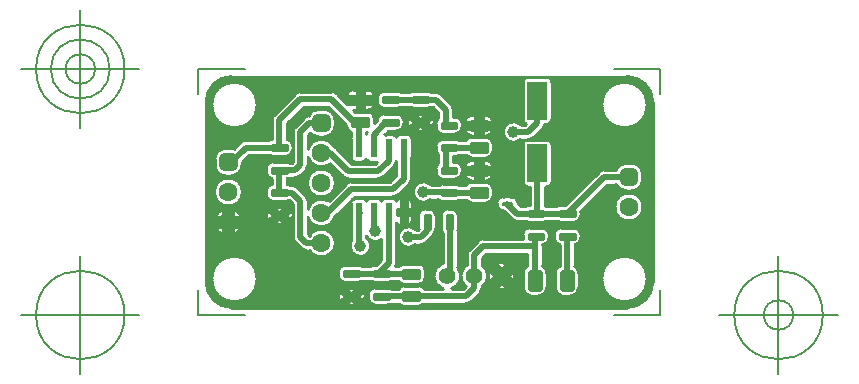
<source format=gbr>
G04 Generated by Ultiboard 14.2 *
%FSLAX24Y24*%
%MOIN*%

%ADD10C,0.0001*%
%ADD11C,0.0100*%
%ADD12C,0.0200*%
%ADD13C,0.0050*%
%ADD14C,0.0394*%
%ADD15R,0.0417X0.0108*%
%ADD16C,0.0167*%
%ADD17R,0.0108X0.0417*%
%ADD18R,0.0467X0.0225*%
%ADD19C,0.0633*%
%ADD20R,0.0208X0.0208*%
%ADD21C,0.0392*%
%ADD22R,0.0236X0.0610*%
%ADD23C,0.0560*%
%ADD24R,0.0650X0.1260*%
%ADD25R,0.0250X0.0483*%
%ADD26C,0.0233*%
%ADD27R,0.0315X0.0079*%
%ADD28C,0.0079*%


G04 ColorRGB 00C000 for the following layer *
%LNCopper Top*%
%LPD*%
G54D10*
G36*
X1708Y30251D02*
X1708Y30251D01*
X14892Y30251D01*
G75*
D01*
G02X14900Y30251I8J-151*
G01*
G75*
D01*
G03X15749Y31100I0J849*
G01*
G74*
D01*
G02X15750Y31108I151J0*
G01*
X15750Y31108D01*
X15750Y37092D01*
G75*
D01*
G02X15749Y37100I150J8*
G01*
G74*
D01*
G03X14900Y37949I849J0*
G01*
G75*
D01*
G02X14892Y37949I0J151*
G01*
X14892Y37949D01*
X1708Y37949D01*
X1700Y37949D01*
G75*
D01*
G03X851Y37100I0J-849*
G01*
G75*
D01*
G02X851Y37092I-151J0*
G01*
X851Y37092D01*
X851Y31108D01*
X851Y31100D01*
G75*
D01*
G03X1700Y30251I849J0*
G01*
X1708Y30251D01*
D02*
G37*
%LPC*%
G36*
X9717Y35930D02*
X9717Y35930D01*
X10183Y35930D01*
G74*
D01*
G02X10418Y35696I0J234*
G01*
X10418Y35696D01*
X10418Y35471D01*
G75*
D01*
G02X10183Y35236I-235J0*
G01*
X10183Y35236D01*
X9717Y35236D01*
G75*
D01*
G02X9534Y35324I0J235*
G01*
X9534Y35324D01*
X9285Y35324D01*
G74*
D01*
G02X9158Y35286I127J197*
G01*
X9158Y35286D01*
X9101Y35286D01*
X9101Y35114D01*
X9158Y35114D01*
G74*
D01*
G02X9393Y34879I0J235*
G01*
X9393Y34879D01*
X9393Y34771D01*
G75*
D01*
G02X9158Y34536I-235J0*
G01*
X9158Y34536D01*
X8742Y34536D01*
G75*
D01*
G02X8507Y34771I0J235*
G01*
X8507Y34771D01*
X8507Y34879D01*
G74*
D01*
G02X8599Y35065I235J0*
G01*
X8599Y35065D01*
X8599Y35335D01*
G75*
D01*
G02X8507Y35521I143J186*
G01*
X8507Y35521D01*
X8507Y35629D01*
G75*
D01*
G02X8742Y35864I235J0*
G01*
X8742Y35864D01*
X9158Y35864D01*
G74*
D01*
G02X9285Y35826I0J235*
G01*
X9285Y35826D01*
X9522Y35826D01*
G75*
D01*
G02X9717Y35930I195J-130*
G01*
D02*
G37*
G36*
X9717Y34430D02*
X9717Y34430D01*
X10183Y34430D01*
G74*
D01*
G02X10418Y34196I0J234*
G01*
X10418Y34196D01*
X10418Y33971D01*
G75*
D01*
G02X10183Y33736I-235J0*
G01*
X10183Y33736D01*
X9717Y33736D01*
G75*
D01*
G02X9534Y33824I0J235*
G01*
X9534Y33824D01*
X9285Y33824D01*
G74*
D01*
G02X9158Y33786I127J197*
G01*
X9158Y33786D01*
X8742Y33786D01*
G75*
D01*
G02X8582Y33849I0J235*
G01*
X8582Y33849D01*
X8339Y33849D01*
G75*
D01*
G02X8339Y34351I-239J251*
G01*
X8339Y34351D01*
X8666Y34351D01*
G75*
D01*
G02X8742Y34364I76J-222*
G01*
X8742Y34364D01*
X9158Y34364D01*
G74*
D01*
G02X9285Y34326I0J235*
G01*
X9285Y34326D01*
X9522Y34326D01*
G75*
D01*
G02X9717Y34430I195J-130*
G01*
D02*
G37*
G36*
X10087Y32543D02*
G75*
D01*
G02X10090Y32543I3J-252*
G01*
X10090Y32543D01*
X11409Y32543D01*
G75*
D01*
G02X11407Y32571I233J28*
G01*
X11407Y32571D01*
X11407Y32679D01*
G75*
D01*
G02X11642Y32914I235J0*
G01*
X11642Y32914D01*
X12058Y32914D01*
G74*
D01*
G02X12293Y32679I0J235*
G01*
X12293Y32679D01*
X12293Y32571D01*
G75*
D01*
G02X12072Y32337I-235J0*
G01*
X12072Y32337D01*
X12072Y31628D01*
G74*
D01*
G02X12214Y31392I126J236*
G01*
X12214Y31392D01*
X12214Y30908D01*
G75*
D01*
G02X11946Y30640I-268J0*
G01*
X11946Y30640D01*
X11696Y30640D01*
G75*
D01*
G02X11428Y30908I0J268*
G01*
X11428Y30908D01*
X11428Y31392D01*
G74*
D01*
G02X11570Y31628I268J0*
G01*
X11570Y31628D01*
X11570Y32040D01*
X10194Y32040D01*
X10050Y31896D01*
X10050Y31671D01*
G75*
D01*
G02X10050Y30929I-252J-371*
G01*
X10050Y30929D01*
X10050Y30900D01*
G75*
D01*
G02X9976Y30722I-252J0*
G01*
X9976Y30722D01*
X9701Y30448D01*
G74*
D01*
G02X9523Y30374I178J177*
G01*
X9523Y30374D01*
X8116Y30374D01*
G74*
D01*
G02X7933Y30286I183J147*
G01*
X7933Y30286D01*
X7467Y30286D01*
G75*
D01*
G02X7284Y30374I0J235*
G01*
X7284Y30374D01*
X7035Y30374D01*
G74*
D01*
G02X6908Y30336I127J197*
G01*
X6908Y30336D01*
X6492Y30336D01*
G75*
D01*
G02X6257Y30571I0J235*
G01*
X6257Y30571D01*
X6257Y30679D01*
G75*
D01*
G02X6492Y30914I235J0*
G01*
X6492Y30914D01*
X6908Y30914D01*
G74*
D01*
G02X7035Y30876I0J235*
G01*
X7035Y30876D01*
X7272Y30876D01*
G75*
D01*
G02X7467Y30980I195J-130*
G01*
X7467Y30980D01*
X7933Y30980D01*
G74*
D01*
G02X8128Y30876I0J234*
G01*
X8128Y30876D01*
X8751Y30876D01*
G75*
D01*
G02X8746Y31722I146J424*
G01*
X8746Y31722D01*
X8746Y32736D01*
G75*
D01*
G02X8686Y32892I175J156*
G01*
X8686Y32892D01*
X8686Y33308D01*
G75*
D01*
G02X8921Y33543I235J0*
G01*
X8921Y33543D01*
X9029Y33543D01*
G74*
D01*
G02X9264Y33308I0J235*
G01*
X9264Y33308D01*
X9264Y32892D01*
G75*
D01*
G02X9248Y32808I-235J0*
G01*
X9248Y32808D01*
X9248Y31578D01*
G75*
D01*
G02X9042Y30876I-351J-278*
G01*
X9042Y30876D01*
X9419Y30876D01*
X9505Y30962D01*
G75*
D01*
G02X9547Y31671I293J338*
G01*
X9547Y31671D01*
X9547Y31999D01*
G75*
D01*
G02X9621Y32178I251J1*
G01*
X9621Y32178D01*
X9912Y32469D01*
G74*
D01*
G02X10087Y32543I178J178*
G01*
D02*
G37*
G36*
X14040Y37000D02*
G75*
D01*
G02X14040Y37000I760J0*
G01*
D02*
G37*
G36*
X14040Y31200D02*
G75*
D01*
G02X14040Y31200I760J0*
G01*
D02*
G37*
G36*
X13151Y32340D02*
X13151Y32340D01*
X13151Y31616D01*
G74*
D01*
G02X13272Y31392I147J224*
G01*
X13272Y31392D01*
X13272Y30908D01*
G75*
D01*
G02X13004Y30640I-268J0*
G01*
X13004Y30640D01*
X12754Y30640D01*
G75*
D01*
G02X12486Y30908I0J268*
G01*
X12486Y30908D01*
X12486Y31392D01*
G74*
D01*
G02X12649Y31638I268J0*
G01*
X12649Y31638D01*
X12649Y32340D01*
G75*
D01*
G02X12457Y32571I43J231*
G01*
X12457Y32571D01*
X12457Y32679D01*
G75*
D01*
G02X12692Y32914I235J0*
G01*
X12692Y32914D01*
X13108Y32914D01*
G74*
D01*
G02X13343Y32679I0J235*
G01*
X13343Y32679D01*
X13343Y32571D01*
G75*
D01*
G02X13151Y32340I-235J0*
G01*
D02*
G37*
G36*
X10490Y31300D02*
G75*
D01*
G02X10490Y31300I210J0*
G01*
D02*
G37*
G36*
X11109Y31484D02*
G75*
D01*
G02X11109Y31116I-409J-184*
G01*
X11109Y31116D01*
X10925Y31300D01*
X11109Y31484D01*
D02*
G37*
G36*
X10884Y30891D02*
G75*
D01*
G02X10516Y30891I-184J409*
G01*
X10516Y30891D01*
X10700Y31075D01*
X10884Y30891D01*
D02*
G37*
G36*
X10291Y31484D02*
X10291Y31484D01*
X10475Y31300D01*
X10291Y31116D01*
G75*
D01*
G02X10291Y31484I409J184*
G01*
D02*
G37*
G36*
X10516Y31709D02*
G75*
D01*
G02X10884Y31709I184J-409*
G01*
X10884Y31709D01*
X10700Y31525D01*
X10516Y31709D01*
D02*
G37*
G36*
X14531Y34349D02*
X14531Y34349D01*
X14229Y34349D01*
X13341Y33460D01*
G74*
D01*
G02X13343Y33429I233J31*
G01*
X13343Y33429D01*
X13343Y33321D01*
G75*
D01*
G02X13108Y33086I-235J0*
G01*
X13108Y33086D01*
X12692Y33086D01*
G75*
D01*
G02X12565Y33124I0J235*
G01*
X12565Y33124D01*
X12185Y33124D01*
G74*
D01*
G02X12058Y33086I127J197*
G01*
X12058Y33086D01*
X11642Y33086D01*
G75*
D01*
G02X11515Y33124I0J235*
G01*
X11515Y33124D01*
X11234Y33124D01*
G75*
D01*
G02X11138Y33143I0J251*
G01*
G74*
D01*
G02X11056Y33197I96J232*
G01*
X11056Y33197D01*
X10774Y33479D01*
X10743Y33479D01*
G75*
D01*
G02X10552Y33669I0J190*
G01*
X10552Y33669D01*
X10552Y33748D01*
G75*
D01*
G02X10743Y33938I191J0*
G01*
X10743Y33938D01*
X10798Y33938D01*
G75*
D01*
G02X11002Y33938I102J-229*
G01*
X11002Y33938D01*
X11057Y33938D01*
G74*
D01*
G02X11248Y33748I0J190*
G01*
X11248Y33748D01*
X11248Y33716D01*
X11338Y33626D01*
X11515Y33626D01*
G75*
D01*
G02X11642Y33664I127J-197*
G01*
X11642Y33664D01*
X11649Y33664D01*
X11649Y34276D01*
X11575Y34276D01*
G75*
D01*
G02X11424Y34427I0J151*
G01*
X11424Y34427D01*
X11424Y35687D01*
G75*
D01*
G02X11575Y35837I151J0*
G01*
X11575Y35837D01*
X12225Y35837D01*
G74*
D01*
G02X12376Y35687I0J150*
G01*
X12376Y35687D01*
X12376Y34427D01*
G75*
D01*
G02X12225Y34276I-151J0*
G01*
X12225Y34276D01*
X12151Y34276D01*
X12151Y33644D01*
G74*
D01*
G02X12185Y33626I93J215*
G01*
X12185Y33626D01*
X12565Y33626D01*
G75*
D01*
G02X12692Y33664I127J-197*
G01*
X12692Y33664D01*
X12833Y33664D01*
X13947Y34778D01*
G74*
D01*
G02X14043Y34837I178J178*
G01*
G75*
D01*
G02X14125Y34851I82J-237*
G01*
X14125Y34851D01*
X14531Y34851D01*
G75*
D01*
G02X14846Y35052I315J-147*
G01*
X14846Y35052D01*
X15054Y35052D01*
G74*
D01*
G02X15402Y34704I0J348*
G01*
X15402Y34704D01*
X15402Y34496D01*
G75*
D01*
G02X15054Y34148I-348J0*
G01*
X15054Y34148D01*
X14846Y34148D01*
G75*
D01*
G02X14531Y34349I0J348*
G01*
D02*
G37*
G36*
X11518Y36374D02*
G75*
D01*
G02X11424Y36513I57J139*
G01*
X11424Y36513D01*
X11424Y37773D01*
G75*
D01*
G02X11575Y37924I151J0*
G01*
X11575Y37924D01*
X12225Y37924D01*
G74*
D01*
G02X12376Y37773I0J151*
G01*
X12376Y37773D01*
X12376Y36513D01*
G75*
D01*
G02X12225Y36363I-151J0*
G01*
X12225Y36363D01*
X12148Y36363D01*
G74*
D01*
G02X12077Y36222I248J37*
G01*
X12077Y36222D01*
X11778Y35923D01*
G74*
D01*
G02X11600Y35849I178J177*
G01*
X11600Y35849D01*
X11339Y35849D01*
G75*
D01*
G02X11339Y36351I-239J251*
G01*
X11339Y36351D01*
X11496Y36351D01*
X11518Y36374D01*
D02*
G37*
G36*
X14483Y33600D02*
G75*
D01*
G02X14483Y33600I467J0*
G01*
D02*
G37*
G36*
X10183Y34470D02*
X10183Y34470D01*
X10073Y34470D01*
X10073Y34694D01*
X10418Y34694D01*
G74*
D01*
G02X10183Y34470I235J10*
G01*
D02*
G37*
G36*
X10418Y34940D02*
X10418Y34940D01*
X10073Y34940D01*
X10073Y35164D01*
X10183Y35164D01*
G74*
D01*
G02X10418Y34940I0J235*
G01*
D02*
G37*
G36*
X10183Y35970D02*
X10183Y35970D01*
X10073Y35970D01*
X10073Y36194D01*
X10418Y36194D01*
G74*
D01*
G02X10183Y35970I235J10*
G01*
D02*
G37*
G36*
X10418Y36440D02*
X10418Y36440D01*
X10073Y36440D01*
X10073Y36664D01*
X10183Y36664D01*
G74*
D01*
G02X10418Y36440I0J235*
G01*
D02*
G37*
G36*
X6468Y37290D02*
X6468Y37290D01*
X6123Y37290D01*
X6123Y37514D01*
X6233Y37514D01*
G74*
D01*
G02X6468Y37290I0J235*
G01*
D02*
G37*
G36*
X9717Y36664D02*
X9717Y36664D01*
X9827Y36664D01*
X9827Y36440D01*
X9482Y36440D01*
G75*
D01*
G02X9717Y36664I235J-11*
G01*
D02*
G37*
G36*
X6233Y36820D02*
X6233Y36820D01*
X6123Y36820D01*
X6123Y37044D01*
X6468Y37044D01*
G74*
D01*
G02X6233Y36820I235J10*
G01*
D02*
G37*
G36*
X3049Y34540D02*
G75*
D01*
G02X2857Y34771I43J231*
G01*
X2857Y34771D01*
X2857Y34879D01*
G75*
D01*
G02X3092Y35114I235J0*
G01*
X3092Y35114D01*
X3508Y35114D01*
G74*
D01*
G02X3635Y35076I0J235*
G01*
X3635Y35076D01*
X3721Y35076D01*
X3749Y35104D01*
X3749Y36100D01*
G75*
D01*
G02X3822Y36278I251J0*
G01*
X3822Y36278D01*
X4122Y36578D01*
G74*
D01*
G02X4281Y36650I178J178*
G01*
G75*
D01*
G02X4596Y36852I315J-146*
G01*
X4596Y36852D01*
X4804Y36852D01*
G74*
D01*
G02X5152Y36504I0J348*
G01*
X5152Y36504D01*
X5152Y36296D01*
G75*
D01*
G02X4804Y35948I-348J0*
G01*
X4804Y35948D01*
X4596Y35948D01*
G75*
D01*
G02X4329Y36074I0J348*
G01*
X4329Y36074D01*
X4251Y35996D01*
X4251Y35528D01*
G75*
D01*
G02X5108Y35627I449J-128*
G01*
G74*
D01*
G02X5178Y35577I108J227*
G01*
X5178Y35577D01*
X5704Y35051D01*
X6496Y35051D01*
X6552Y35107D01*
X6332Y35107D01*
G75*
D01*
G02X6200Y35185I0J151*
G01*
G74*
D01*
G02X6068Y35107I132J73*
G01*
X6068Y35107D01*
X5832Y35107D01*
G75*
D01*
G02X5681Y35258I0J151*
G01*
X5681Y35258D01*
X5681Y35868D01*
G74*
D01*
G02X5699Y35939I151J0*
G01*
X5699Y35939D01*
X5699Y36096D01*
G75*
D01*
G02X5532Y36321I68J225*
G01*
X5532Y36321D01*
X5532Y36346D01*
X4929Y36949D01*
X4104Y36949D01*
X3551Y36396D01*
X3551Y35860D01*
G74*
D01*
G02X3743Y35629I43J231*
G01*
X3743Y35629D01*
X3743Y35521D01*
G75*
D01*
G02X3508Y35286I-235J0*
G01*
X3508Y35286D01*
X3092Y35286D01*
G75*
D01*
G02X2965Y35324I0J235*
G01*
X2965Y35324D01*
X2280Y35324D01*
X2052Y35096D01*
X2052Y34996D01*
G75*
D01*
G02X1704Y34648I-348J0*
G01*
X1704Y34648D01*
X1496Y34648D01*
G75*
D01*
G02X1148Y34996I0J348*
G01*
X1148Y34996D01*
X1148Y35204D01*
G75*
D01*
G02X1496Y35552I348J0*
G01*
X1496Y35552D01*
X1704Y35552D01*
G74*
D01*
G02X1787Y35542I0J348*
G01*
X1787Y35542D01*
X1998Y35753D01*
G74*
D01*
G02X2116Y35819I178J178*
G01*
G75*
D01*
G02X2176Y35826I60J-244*
G01*
X2176Y35826D01*
X2965Y35826D01*
G74*
D01*
G02X3049Y35860I127J197*
G01*
X3049Y35860D01*
X3049Y36500D01*
G75*
D01*
G02X3122Y36678I251J0*
G01*
X3122Y36678D01*
X3822Y37378D01*
G74*
D01*
G02X3911Y37435I178J178*
G01*
G75*
D01*
G02X4000Y37451I89J-235*
G01*
X4000Y37451D01*
X5033Y37451D01*
G75*
D01*
G02X5116Y37437I0J-251*
G01*
G74*
D01*
G02X5211Y37377I83J237*
G01*
X5211Y37377D01*
X5545Y37044D01*
X5877Y37044D01*
X5877Y36820D01*
X5769Y36820D01*
X5808Y36780D01*
X6233Y36780D01*
G74*
D01*
G02X6468Y36546I0J234*
G01*
X6468Y36546D01*
X6468Y36390D01*
X6557Y36479D01*
X6557Y36479D01*
G75*
D01*
G02X6792Y36714I235J0*
G01*
X6792Y36714D01*
X7208Y36714D01*
G74*
D01*
G02X7443Y36479I0J235*
G01*
X7443Y36479D01*
X7443Y36371D01*
G75*
D01*
G02X7208Y36136I-235J0*
G01*
X7208Y36136D01*
X6925Y36136D01*
X6805Y36016D01*
G75*
D01*
G02X6832Y36019I27J-148*
G01*
X6832Y36019D01*
X7068Y36019D01*
G74*
D01*
G02X7200Y35941I0J151*
G01*
G75*
D01*
G02X7332Y36019I132J-73*
G01*
X7332Y36019D01*
X7568Y36019D01*
G74*
D01*
G02X7719Y35868I0J151*
G01*
X7719Y35868D01*
X7719Y35258D01*
G75*
D01*
G02X7701Y35187I-151J0*
G01*
X7701Y35187D01*
X7701Y34550D01*
G75*
D01*
G02X7627Y34372I-251J0*
G01*
X7627Y34372D01*
X7278Y34023D01*
G74*
D01*
G02X7100Y33949I178J177*
G01*
X7100Y33949D01*
X5804Y33949D01*
X5156Y33301D01*
G75*
D01*
G02X4251Y33272I-456J99*
G01*
X4251Y33272D01*
X4251Y32704D01*
X4304Y32651D01*
X4307Y32651D01*
G75*
D01*
G02X4307Y32149I393J-251*
G01*
X4307Y32149D01*
X4200Y32149D01*
G75*
D01*
G02X4022Y32222I0J251*
G01*
X4022Y32222D01*
X3822Y32422D01*
G75*
D01*
G02X3749Y32600I178J178*
G01*
X3749Y32600D01*
X3749Y33696D01*
X3626Y33818D01*
G74*
D01*
G02X3508Y33786I118J203*
G01*
X3508Y33786D01*
X3092Y33786D01*
G75*
D01*
G02X2857Y34021I0J235*
G01*
X2857Y34021D01*
X2857Y34129D01*
G74*
D01*
G02X3049Y34360I235J0*
G01*
X3049Y34360D01*
X3049Y34540D01*
D02*
G37*
G36*
X1040Y31200D02*
G75*
D01*
G02X1040Y31200I760J0*
G01*
D02*
G37*
G36*
X1040Y37000D02*
G75*
D01*
G02X1040Y37000I760J0*
G01*
D02*
G37*
G36*
X3550Y33610D02*
X3550Y33610D01*
X3300Y33447D01*
X3050Y33610D01*
G75*
D01*
G02X3092Y33614I42J-231*
G01*
X3092Y33614D01*
X3508Y33614D01*
G74*
D01*
G02X3550Y33610I0J235*
G01*
D02*
G37*
G36*
X7272Y31124D02*
X7272Y31124D01*
X7035Y31124D01*
G74*
D01*
G02X6908Y31086I127J197*
G01*
X6908Y31086D01*
X6492Y31086D01*
G75*
D01*
G02X6365Y31124I0J235*
G01*
X6365Y31124D01*
X6035Y31124D01*
G74*
D01*
G02X5908Y31086I127J197*
G01*
X5908Y31086D01*
X5492Y31086D01*
G75*
D01*
G02X5257Y31321I0J235*
G01*
X5257Y31321D01*
X5257Y31429D01*
G75*
D01*
G02X5492Y31664I235J0*
G01*
X5492Y31664D01*
X5908Y31664D01*
G74*
D01*
G02X6035Y31626I0J235*
G01*
X6035Y31626D01*
X6365Y31626D01*
G75*
D01*
G02X6492Y31664I127J-197*
G01*
X6492Y31664D01*
X6533Y31664D01*
X6699Y31829D01*
X6699Y32516D01*
G75*
D01*
G02X6201Y32624I-199J284*
G01*
X6201Y32624D01*
X6201Y32583D01*
G75*
D01*
G02X5699Y32472I-201J-283*
G01*
X5699Y32472D01*
X5699Y33061D01*
G75*
D01*
G02X5681Y33132I133J71*
G01*
X5681Y33132D01*
X5681Y33742D01*
G75*
D01*
G02X5832Y33893I151J0*
G01*
X5832Y33893D01*
X6068Y33893D01*
G74*
D01*
G02X6200Y33815I0J151*
G01*
G75*
D01*
G02X6332Y33893I132J-73*
G01*
X6332Y33893D01*
X6568Y33893D01*
G74*
D01*
G02X6700Y33815I0J151*
G01*
G75*
D01*
G02X6832Y33893I132J-73*
G01*
X6832Y33893D01*
X7068Y33893D01*
G74*
D01*
G02X7200Y33815I0J151*
G01*
G75*
D01*
G02X7332Y33893I132J-73*
G01*
X7332Y33893D01*
X7355Y33893D01*
X7355Y33532D01*
X7219Y33532D01*
X7219Y33342D01*
X7355Y33342D01*
X7355Y32981D01*
X7332Y32981D01*
G75*
D01*
G02X7201Y33057I0J151*
G01*
X7201Y33057D01*
X7201Y31725D01*
G75*
D01*
G02X7181Y31626I-251J0*
G01*
X7181Y31626D01*
X7284Y31626D01*
G75*
D01*
G02X7467Y31714I183J-147*
G01*
X7467Y31714D01*
X7933Y31714D01*
G74*
D01*
G02X8168Y31479I0J235*
G01*
X8168Y31479D01*
X8168Y31254D01*
G75*
D01*
G02X7933Y31020I-235J0*
G01*
X7933Y31020D01*
X7467Y31020D01*
G75*
D01*
G02X7272Y31124I0J234*
G01*
D02*
G37*
G36*
X9482Y36194D02*
X9482Y36194D01*
X9827Y36194D01*
X9827Y35970D01*
X9717Y35970D01*
G75*
D01*
G02X9482Y36194I0J234*
G01*
D02*
G37*
G36*
X8599Y36565D02*
X8599Y36565D01*
X8599Y36746D01*
X8421Y36924D01*
X8335Y36924D01*
G74*
D01*
G02X8208Y36886I127J197*
G01*
X8208Y36886D01*
X7792Y36886D01*
G75*
D01*
G02X7665Y36924I0J235*
G01*
X7665Y36924D01*
X7335Y36924D01*
G74*
D01*
G02X7208Y36886I127J197*
G01*
X7208Y36886D01*
X6792Y36886D01*
G75*
D01*
G02X6557Y37121I0J235*
G01*
X6557Y37121D01*
X6557Y37229D01*
G75*
D01*
G02X6792Y37464I235J0*
G01*
X6792Y37464D01*
X7208Y37464D01*
G74*
D01*
G02X7335Y37426I0J235*
G01*
X7335Y37426D01*
X7665Y37426D01*
G75*
D01*
G02X7792Y37464I127J-197*
G01*
X7792Y37464D01*
X8208Y37464D01*
G74*
D01*
G02X8335Y37426I0J235*
G01*
X8335Y37426D01*
X8525Y37426D01*
G74*
D01*
G02X8703Y37352I0J251*
G01*
X8703Y37352D01*
X9027Y37028D01*
G74*
D01*
G02X9101Y36850I177J178*
G01*
X9101Y36850D01*
X9101Y36614D01*
X9158Y36614D01*
G74*
D01*
G02X9393Y36379I0J235*
G01*
X9393Y36379D01*
X9393Y36271D01*
G75*
D01*
G02X9158Y36036I-235J0*
G01*
X9158Y36036D01*
X8742Y36036D01*
G75*
D01*
G02X8507Y36271I0J235*
G01*
X8507Y36271D01*
X8507Y36379D01*
G74*
D01*
G02X8599Y36565I235J0*
G01*
D02*
G37*
G36*
X8421Y36577D02*
G74*
D01*
G02X8443Y36479I213J98*
G01*
X8443Y36479D01*
X8443Y36371D01*
G75*
D01*
G02X8421Y36273I-235J0*
G01*
X8421Y36273D01*
X8187Y36425D01*
X8421Y36577D01*
D02*
G37*
G36*
X8250Y36710D02*
X8250Y36710D01*
X8000Y36547D01*
X7750Y36710D01*
G75*
D01*
G02X7792Y36714I42J-231*
G01*
X7792Y36714D01*
X8208Y36714D01*
G74*
D01*
G02X8250Y36710I0J235*
G01*
D02*
G37*
G36*
X7579Y36577D02*
X7579Y36577D01*
X7813Y36425D01*
X7579Y36273D01*
G75*
D01*
G02X7557Y36371I213J98*
G01*
X7557Y36371D01*
X7557Y36479D01*
G74*
D01*
G02X7579Y36577I235J0*
G01*
D02*
G37*
G36*
X7750Y36140D02*
X7750Y36140D01*
X8000Y36303D01*
X8250Y36140D01*
G74*
D01*
G02X8208Y36136I42J231*
G01*
X8208Y36136D01*
X7792Y36136D01*
G75*
D01*
G02X7750Y36140I0J235*
G01*
D02*
G37*
G36*
X9717Y35164D02*
X9717Y35164D01*
X9827Y35164D01*
X9827Y34940D01*
X9482Y34940D01*
G75*
D01*
G02X9717Y35164I235J-11*
G01*
D02*
G37*
G36*
X9482Y34694D02*
X9482Y34694D01*
X9827Y34694D01*
X9827Y34470D01*
X9717Y34470D01*
G75*
D01*
G02X9482Y34694I0J234*
G01*
D02*
G37*
G36*
X7719Y33742D02*
X7719Y33742D01*
X7719Y33532D01*
X7545Y33532D01*
X7545Y33893D01*
X7568Y33893D01*
G74*
D01*
G02X7719Y33742I0J151*
G01*
D02*
G37*
G36*
X1133Y34100D02*
G75*
D01*
G02X1133Y34100I467J0*
G01*
D02*
G37*
G36*
X7568Y32981D02*
X7568Y32981D01*
X7545Y32981D01*
X7545Y33342D01*
X7719Y33342D01*
X7719Y33132D01*
G75*
D01*
G02X7568Y32981I-151J0*
G01*
D02*
G37*
G36*
X1765Y33536D02*
G74*
D01*
G02X2036Y33265I165J436*
G01*
X2036Y33265D01*
X1765Y33265D01*
X1765Y33536D01*
D02*
G37*
G36*
X1164Y33265D02*
G74*
D01*
G02X1435Y33536I436J165*
G01*
X1435Y33536D01*
X1435Y33265D01*
X1164Y33265D01*
D02*
G37*
G36*
X2036Y32935D02*
G74*
D01*
G02X1765Y32664I436J165*
G01*
X1765Y32664D01*
X1765Y32935D01*
X2036Y32935D01*
D02*
G37*
G36*
X1435Y32664D02*
G74*
D01*
G02X1164Y32935I165J436*
G01*
X1164Y32935D01*
X1435Y32935D01*
X1435Y32664D01*
D02*
G37*
G36*
X1425Y33100D02*
G75*
D01*
G02X1425Y33100I175J0*
G01*
D02*
G37*
G36*
X7839Y32349D02*
G75*
D01*
G02X7839Y32851I-239J251*
G01*
X7839Y32851D01*
X7921Y32851D01*
X7938Y32868D01*
G75*
D01*
G02X7936Y32892I233J24*
G01*
X7936Y32892D01*
X7936Y33308D01*
G75*
D01*
G02X8171Y33543I235J0*
G01*
X8171Y33543D01*
X8279Y33543D01*
G74*
D01*
G02X8514Y33308I0J235*
G01*
X8514Y33308D01*
X8514Y32892D01*
G75*
D01*
G02X8473Y32760I-235J0*
G01*
G74*
D01*
G02X8402Y32622I248J40*
G01*
X8402Y32622D01*
X8203Y32423D01*
G74*
D01*
G02X8108Y32363I178J177*
G01*
G75*
D01*
G02X8025Y32349I-83J237*
G01*
X8025Y32349D01*
X7839Y32349D01*
D02*
G37*
G36*
X3721Y33477D02*
G74*
D01*
G02X3743Y33379I213J98*
G01*
X3743Y33379D01*
X3743Y33271D01*
G75*
D01*
G02X3721Y33173I-235J0*
G01*
X3721Y33173D01*
X3487Y33325D01*
X3721Y33477D01*
D02*
G37*
G36*
X3050Y33040D02*
X3050Y33040D01*
X3300Y33203D01*
X3550Y33040D01*
G74*
D01*
G02X3508Y33036I42J231*
G01*
X3508Y33036D01*
X3092Y33036D01*
G75*
D01*
G02X3050Y33040I0J235*
G01*
D02*
G37*
G36*
X2879Y33477D02*
X2879Y33477D01*
X3113Y33325D01*
X2879Y33173D01*
G75*
D01*
G02X2857Y33271I213J98*
G01*
X2857Y33271D01*
X2857Y33379D01*
G74*
D01*
G02X2879Y33477I235J0*
G01*
D02*
G37*
G36*
X5950Y30910D02*
X5950Y30910D01*
X5700Y30747D01*
X5450Y30910D01*
G75*
D01*
G02X5492Y30914I42J-231*
G01*
X5492Y30914D01*
X5908Y30914D01*
G74*
D01*
G02X5950Y30910I0J235*
G01*
D02*
G37*
G36*
X6121Y30473D02*
X6121Y30473D01*
X5887Y30625D01*
X6121Y30777D01*
G74*
D01*
G02X6143Y30679I213J98*
G01*
X6143Y30679D01*
X6143Y30571D01*
G75*
D01*
G02X6121Y30473I-235J0*
G01*
D02*
G37*
G36*
X5450Y30340D02*
X5450Y30340D01*
X5700Y30503D01*
X5950Y30340D01*
G74*
D01*
G02X5908Y30336I42J231*
G01*
X5908Y30336D01*
X5492Y30336D01*
G75*
D01*
G02X5450Y30340I0J235*
G01*
D02*
G37*
G36*
X5279Y30473D02*
G75*
D01*
G02X5257Y30571I213J98*
G01*
X5257Y30571D01*
X5257Y30679D01*
G74*
D01*
G02X5279Y30777I235J0*
G01*
X5279Y30777D01*
X5513Y30625D01*
X5279Y30473D01*
D02*
G37*
G36*
X5767Y37514D02*
X5767Y37514D01*
X5877Y37514D01*
X5877Y37290D01*
X5532Y37290D01*
G75*
D01*
G02X5767Y37514I235J-11*
G01*
D02*
G37*
%LPD*%
G36*
X3551Y34540D02*
G74*
D01*
G03X3635Y34574I43J231*
G01*
X3635Y34574D01*
X3825Y34574D01*
G74*
D01*
G03X4003Y34648I0J251*
G01*
X4003Y34648D01*
X4177Y34822D01*
G75*
D01*
G03X4251Y35000I-177J178*
G01*
X4251Y35000D01*
X4251Y35272D01*
G75*
D01*
G03X5001Y35044I449J128*
G01*
X5001Y35044D01*
X5422Y34622D01*
G74*
D01*
G03X5519Y34562I178J178*
G01*
G75*
D01*
G03X5600Y34549I81J238*
G01*
X5600Y34549D01*
X6600Y34549D01*
G75*
D01*
G03X6612Y34549I0J251*
G01*
G74*
D01*
G03X6778Y34623I12J251*
G01*
X6778Y34623D01*
X7127Y34972D01*
G74*
D01*
G03X7199Y35115I177J178*
G01*
X7199Y35115D01*
X7199Y34654D01*
X6996Y34451D01*
X5700Y34451D01*
G75*
D01*
G03X5522Y34378I0J-251*
G01*
X5522Y34378D01*
X4943Y33798D01*
G75*
D01*
G03X4251Y33528I-243J-398*
G01*
X4251Y33528D01*
X4251Y33800D01*
G74*
D01*
G03X4177Y33978I251J0*
G01*
X4177Y33978D01*
X3903Y34252D01*
G74*
D01*
G03X3725Y34326I178J177*
G01*
X3725Y34326D01*
X3635Y34326D01*
G74*
D01*
G03X3551Y34360I127J197*
G01*
X3551Y34360D01*
X3551Y34540D01*
D02*
G37*
%LPC*%
G36*
X4233Y34400D02*
G75*
D01*
G03X4233Y34400I467J0*
G01*
D02*
G37*
%LPD*%
G36*
X6209Y36086D02*
G74*
D01*
G03X6201Y36051I241J70*
G01*
X6201Y36051D01*
X6201Y36086D01*
X6209Y36086D01*
D02*
G37*
G54D11*
X6209Y36086D02*
G74*
D01*
G03X6201Y36051I241J70*
G01*
X6201Y36086D01*
X6209Y36086D01*
X9717Y35930D02*
X10183Y35930D01*
G74*
D01*
G02X10418Y35696I0J234*
G01*
X10418Y35471D01*
G75*
D01*
G02X10183Y35236I-235J0*
G01*
X9717Y35236D01*
G75*
D01*
G02X9534Y35324I0J235*
G01*
X9285Y35324D01*
G74*
D01*
G02X9158Y35286I127J197*
G01*
X9101Y35286D01*
X9101Y35114D01*
X9158Y35114D01*
G74*
D01*
G02X9393Y34879I0J235*
G01*
X9393Y34771D01*
G75*
D01*
G02X9158Y34536I-235J0*
G01*
X8742Y34536D01*
G75*
D01*
G02X8507Y34771I0J235*
G01*
X8507Y34879D01*
G74*
D01*
G02X8599Y35065I235J0*
G01*
X8599Y35335D01*
G75*
D01*
G02X8507Y35521I143J186*
G01*
X8507Y35629D01*
G75*
D01*
G02X8742Y35864I235J0*
G01*
X9158Y35864D01*
G74*
D01*
G02X9285Y35826I0J235*
G01*
X9522Y35826D01*
G75*
D01*
G02X9717Y35930I195J-130*
G01*
X9717Y34430D02*
X10183Y34430D01*
G74*
D01*
G02X10418Y34196I0J234*
G01*
X10418Y33971D01*
G75*
D01*
G02X10183Y33736I-235J0*
G01*
X9717Y33736D01*
G75*
D01*
G02X9534Y33824I0J235*
G01*
X9285Y33824D01*
G74*
D01*
G02X9158Y33786I127J197*
G01*
X8742Y33786D01*
G75*
D01*
G02X8582Y33849I0J235*
G01*
X8339Y33849D01*
G75*
D01*
G02X8339Y34351I-239J251*
G01*
X8666Y34351D01*
G75*
D01*
G02X8742Y34364I76J-222*
G01*
X9158Y34364D01*
G74*
D01*
G02X9285Y34326I0J235*
G01*
X9522Y34326D01*
G75*
D01*
G02X9717Y34430I195J-130*
G01*
X10087Y32543D02*
G75*
D01*
G02X10090Y32543I3J-252*
G01*
X11409Y32543D01*
G75*
D01*
G02X11407Y32571I233J28*
G01*
X11407Y32679D01*
G75*
D01*
G02X11642Y32914I235J0*
G01*
X12058Y32914D01*
G74*
D01*
G02X12293Y32679I0J235*
G01*
X12293Y32571D01*
G75*
D01*
G02X12072Y32337I-235J0*
G01*
X12072Y31628D01*
G74*
D01*
G02X12214Y31392I126J236*
G01*
X12214Y30908D01*
G75*
D01*
G02X11946Y30640I-268J0*
G01*
X11696Y30640D01*
G75*
D01*
G02X11428Y30908I0J268*
G01*
X11428Y31392D01*
G74*
D01*
G02X11570Y31628I268J0*
G01*
X11570Y32040D01*
X10194Y32040D01*
X10050Y31896D01*
X10050Y31671D01*
G75*
D01*
G02X10050Y30929I-252J-371*
G01*
X10050Y30900D01*
G75*
D01*
G02X9976Y30722I-252J0*
G01*
X9701Y30448D01*
G74*
D01*
G02X9523Y30374I178J177*
G01*
X8116Y30374D01*
G74*
D01*
G02X7933Y30286I183J147*
G01*
X7467Y30286D01*
G75*
D01*
G02X7284Y30374I0J235*
G01*
X7035Y30374D01*
G74*
D01*
G02X6908Y30336I127J197*
G01*
X6492Y30336D01*
G75*
D01*
G02X6257Y30571I0J235*
G01*
X6257Y30679D01*
G75*
D01*
G02X6492Y30914I235J0*
G01*
X6908Y30914D01*
G74*
D01*
G02X7035Y30876I0J235*
G01*
X7272Y30876D01*
G75*
D01*
G02X7467Y30980I195J-130*
G01*
X7933Y30980D01*
G74*
D01*
G02X8128Y30876I0J234*
G01*
X8751Y30876D01*
G75*
D01*
G02X8746Y31722I146J424*
G01*
X8746Y32736D01*
G75*
D01*
G02X8686Y32892I175J156*
G01*
X8686Y33308D01*
G75*
D01*
G02X8921Y33543I235J0*
G01*
X9029Y33543D01*
G74*
D01*
G02X9264Y33308I0J235*
G01*
X9264Y32892D01*
G75*
D01*
G02X9248Y32808I-235J0*
G01*
X9248Y31578D01*
G75*
D01*
G02X9042Y30876I-351J-278*
G01*
X9419Y30876D01*
X9505Y30962D01*
G75*
D01*
G02X9547Y31671I293J338*
G01*
X9547Y31999D01*
G75*
D01*
G02X9621Y32178I251J1*
G01*
X9912Y32469D01*
G74*
D01*
G02X10087Y32543I178J178*
G01*
X14040Y37000D02*
G75*
D01*
G02X14040Y37000I760J0*
G01*
X14040Y31200D02*
G75*
D01*
G02X14040Y31200I760J0*
G01*
X13151Y32340D02*
X13151Y31616D01*
G74*
D01*
G02X13272Y31392I147J224*
G01*
X13272Y30908D01*
G75*
D01*
G02X13004Y30640I-268J0*
G01*
X12754Y30640D01*
G75*
D01*
G02X12486Y30908I0J268*
G01*
X12486Y31392D01*
G74*
D01*
G02X12649Y31638I268J0*
G01*
X12649Y32340D01*
G75*
D01*
G02X12457Y32571I43J231*
G01*
X12457Y32679D01*
G75*
D01*
G02X12692Y32914I235J0*
G01*
X13108Y32914D01*
G74*
D01*
G02X13343Y32679I0J235*
G01*
X13343Y32571D01*
G75*
D01*
G02X13151Y32340I-235J0*
G01*
X10490Y31300D02*
G75*
D01*
G02X10490Y31300I210J0*
G01*
X11109Y31484D02*
G75*
D01*
G02X11109Y31116I-409J-184*
G01*
X10925Y31300D01*
X11109Y31484D01*
X10884Y30891D02*
G75*
D01*
G02X10516Y30891I-184J409*
G01*
X10700Y31075D01*
X10884Y30891D01*
X10291Y31484D02*
X10475Y31300D01*
X10291Y31116D01*
G75*
D01*
G02X10291Y31484I409J184*
G01*
X10516Y31709D02*
G75*
D01*
G02X10884Y31709I184J-409*
G01*
X10700Y31525D01*
X10516Y31709D01*
X14531Y34349D02*
X14229Y34349D01*
X13341Y33460D01*
G74*
D01*
G02X13343Y33429I233J31*
G01*
X13343Y33321D01*
G75*
D01*
G02X13108Y33086I-235J0*
G01*
X12692Y33086D01*
G75*
D01*
G02X12565Y33124I0J235*
G01*
X12185Y33124D01*
G74*
D01*
G02X12058Y33086I127J197*
G01*
X11642Y33086D01*
G75*
D01*
G02X11515Y33124I0J235*
G01*
X11234Y33124D01*
G75*
D01*
G02X11138Y33143I0J251*
G01*
G74*
D01*
G02X11056Y33197I96J232*
G01*
X10774Y33479D01*
X10743Y33479D01*
G75*
D01*
G02X10552Y33669I0J190*
G01*
X10552Y33748D01*
G75*
D01*
G02X10743Y33938I191J0*
G01*
X10798Y33938D01*
G75*
D01*
G02X11002Y33938I102J-229*
G01*
X11057Y33938D01*
G74*
D01*
G02X11248Y33748I0J190*
G01*
X11248Y33716D01*
X11338Y33626D01*
X11515Y33626D01*
G75*
D01*
G02X11642Y33664I127J-197*
G01*
X11649Y33664D01*
X11649Y34276D01*
X11575Y34276D01*
G75*
D01*
G02X11424Y34427I0J151*
G01*
X11424Y35687D01*
G75*
D01*
G02X11575Y35837I151J0*
G01*
X12225Y35837D01*
G74*
D01*
G02X12376Y35687I0J150*
G01*
X12376Y34427D01*
G75*
D01*
G02X12225Y34276I-151J0*
G01*
X12151Y34276D01*
X12151Y33644D01*
G74*
D01*
G02X12185Y33626I93J215*
G01*
X12565Y33626D01*
G75*
D01*
G02X12692Y33664I127J-197*
G01*
X12833Y33664D01*
X13947Y34778D01*
G74*
D01*
G02X14043Y34837I178J178*
G01*
G75*
D01*
G02X14125Y34851I82J-237*
G01*
X14531Y34851D01*
G75*
D01*
G02X14846Y35052I315J-147*
G01*
X15054Y35052D01*
G74*
D01*
G02X15402Y34704I0J348*
G01*
X15402Y34496D01*
G75*
D01*
G02X15054Y34148I-348J0*
G01*
X14846Y34148D01*
G75*
D01*
G02X14531Y34349I0J348*
G01*
X11518Y36374D02*
G75*
D01*
G02X11424Y36513I57J139*
G01*
X11424Y37773D01*
G75*
D01*
G02X11575Y37924I151J0*
G01*
X12225Y37924D01*
G74*
D01*
G02X12376Y37773I0J151*
G01*
X12376Y36513D01*
G75*
D01*
G02X12225Y36363I-151J0*
G01*
X12148Y36363D01*
G74*
D01*
G02X12077Y36222I248J37*
G01*
X11778Y35923D01*
G74*
D01*
G02X11600Y35849I178J177*
G01*
X11339Y35849D01*
G75*
D01*
G02X11339Y36351I-239J251*
G01*
X11496Y36351D01*
X11518Y36374D01*
X14483Y33600D02*
G75*
D01*
G02X14483Y33600I467J0*
G01*
X10183Y34470D02*
X10073Y34470D01*
X10073Y34694D01*
X10418Y34694D01*
G74*
D01*
G02X10183Y34470I235J10*
G01*
X10418Y34940D02*
X10073Y34940D01*
X10073Y35164D01*
X10183Y35164D01*
G74*
D01*
G02X10418Y34940I0J235*
G01*
X10183Y35970D02*
X10073Y35970D01*
X10073Y36194D01*
X10418Y36194D01*
G74*
D01*
G02X10183Y35970I235J10*
G01*
X10418Y36440D02*
X10073Y36440D01*
X10073Y36664D01*
X10183Y36664D01*
G74*
D01*
G02X10418Y36440I0J235*
G01*
X6468Y37290D02*
X6123Y37290D01*
X6123Y37514D01*
X6233Y37514D01*
G74*
D01*
G02X6468Y37290I0J235*
G01*
X9717Y36664D02*
X9827Y36664D01*
X9827Y36440D01*
X9482Y36440D01*
G75*
D01*
G02X9717Y36664I235J-11*
G01*
X6233Y36820D02*
X6123Y36820D01*
X6123Y37044D01*
X6468Y37044D01*
G74*
D01*
G02X6233Y36820I235J10*
G01*
X3049Y34540D02*
G75*
D01*
G02X2857Y34771I43J231*
G01*
X2857Y34879D01*
G75*
D01*
G02X3092Y35114I235J0*
G01*
X3508Y35114D01*
G74*
D01*
G02X3635Y35076I0J235*
G01*
X3721Y35076D01*
X3749Y35104D01*
X3749Y36100D01*
G75*
D01*
G02X3822Y36278I251J0*
G01*
X4122Y36578D01*
G74*
D01*
G02X4281Y36650I178J178*
G01*
G75*
D01*
G02X4596Y36852I315J-146*
G01*
X4804Y36852D01*
G74*
D01*
G02X5152Y36504I0J348*
G01*
X5152Y36296D01*
G75*
D01*
G02X4804Y35948I-348J0*
G01*
X4596Y35948D01*
G75*
D01*
G02X4329Y36074I0J348*
G01*
X4251Y35996D01*
X4251Y35528D01*
G75*
D01*
G02X5108Y35627I449J-128*
G01*
G74*
D01*
G02X5178Y35577I108J227*
G01*
X5704Y35051D01*
X6496Y35051D01*
X6552Y35107D01*
X6332Y35107D01*
G75*
D01*
G02X6200Y35185I0J151*
G01*
G74*
D01*
G02X6068Y35107I132J73*
G01*
X5832Y35107D01*
G75*
D01*
G02X5681Y35258I0J151*
G01*
X5681Y35868D01*
G74*
D01*
G02X5699Y35939I151J0*
G01*
X5699Y36096D01*
G75*
D01*
G02X5532Y36321I68J225*
G01*
X5532Y36346D01*
X4929Y36949D01*
X4104Y36949D01*
X3551Y36396D01*
X3551Y35860D01*
G74*
D01*
G02X3743Y35629I43J231*
G01*
X3743Y35521D01*
G75*
D01*
G02X3508Y35286I-235J0*
G01*
X3092Y35286D01*
G75*
D01*
G02X2965Y35324I0J235*
G01*
X2280Y35324D01*
X2052Y35096D01*
X2052Y34996D01*
G75*
D01*
G02X1704Y34648I-348J0*
G01*
X1496Y34648D01*
G75*
D01*
G02X1148Y34996I0J348*
G01*
X1148Y35204D01*
G75*
D01*
G02X1496Y35552I348J0*
G01*
X1704Y35552D01*
G74*
D01*
G02X1787Y35542I0J348*
G01*
X1998Y35753D01*
G74*
D01*
G02X2116Y35819I178J178*
G01*
G75*
D01*
G02X2176Y35826I60J-244*
G01*
X2965Y35826D01*
G74*
D01*
G02X3049Y35860I127J197*
G01*
X3049Y36500D01*
G75*
D01*
G02X3122Y36678I251J0*
G01*
X3822Y37378D01*
G74*
D01*
G02X3911Y37435I178J178*
G01*
G75*
D01*
G02X4000Y37451I89J-235*
G01*
X5033Y37451D01*
G75*
D01*
G02X5116Y37437I0J-251*
G01*
G74*
D01*
G02X5211Y37377I83J237*
G01*
X5545Y37044D01*
X5877Y37044D01*
X5877Y36820D01*
X5769Y36820D01*
X5808Y36780D01*
X6233Y36780D01*
G74*
D01*
G02X6468Y36546I0J234*
G01*
X6468Y36390D01*
X6557Y36479D01*
X6557Y36479D01*
G75*
D01*
G02X6792Y36714I235J0*
G01*
X7208Y36714D01*
G74*
D01*
G02X7443Y36479I0J235*
G01*
X7443Y36371D01*
G75*
D01*
G02X7208Y36136I-235J0*
G01*
X6925Y36136D01*
X6805Y36016D01*
G75*
D01*
G02X6832Y36019I27J-148*
G01*
X7068Y36019D01*
G74*
D01*
G02X7200Y35941I0J151*
G01*
G75*
D01*
G02X7332Y36019I132J-73*
G01*
X7568Y36019D01*
G74*
D01*
G02X7719Y35868I0J151*
G01*
X7719Y35258D01*
G75*
D01*
G02X7701Y35187I-151J0*
G01*
X7701Y34550D01*
G75*
D01*
G02X7627Y34372I-251J0*
G01*
X7278Y34023D01*
G74*
D01*
G02X7100Y33949I178J177*
G01*
X5804Y33949D01*
X5156Y33301D01*
G75*
D01*
G02X4251Y33272I-456J99*
G01*
X4251Y32704D01*
X4304Y32651D01*
X4307Y32651D01*
G75*
D01*
G02X4307Y32149I393J-251*
G01*
X4200Y32149D01*
G75*
D01*
G02X4022Y32222I0J251*
G01*
X3822Y32422D01*
G75*
D01*
G02X3749Y32600I178J178*
G01*
X3749Y33696D01*
X3626Y33818D01*
G74*
D01*
G02X3508Y33786I118J203*
G01*
X3092Y33786D01*
G75*
D01*
G02X2857Y34021I0J235*
G01*
X2857Y34129D01*
G74*
D01*
G02X3049Y34360I235J0*
G01*
X3049Y34540D01*
X1040Y31200D02*
G75*
D01*
G02X1040Y31200I760J0*
G01*
X1040Y37000D02*
G75*
D01*
G02X1040Y37000I760J0*
G01*
X3550Y33610D02*
X3300Y33447D01*
X3050Y33610D01*
G75*
D01*
G02X3092Y33614I42J-231*
G01*
X3508Y33614D01*
G74*
D01*
G02X3550Y33610I0J235*
G01*
X7272Y31124D02*
X7035Y31124D01*
G74*
D01*
G02X6908Y31086I127J197*
G01*
X6492Y31086D01*
G75*
D01*
G02X6365Y31124I0J235*
G01*
X6035Y31124D01*
G74*
D01*
G02X5908Y31086I127J197*
G01*
X5492Y31086D01*
G75*
D01*
G02X5257Y31321I0J235*
G01*
X5257Y31429D01*
G75*
D01*
G02X5492Y31664I235J0*
G01*
X5908Y31664D01*
G74*
D01*
G02X6035Y31626I0J235*
G01*
X6365Y31626D01*
G75*
D01*
G02X6492Y31664I127J-197*
G01*
X6533Y31664D01*
X6699Y31829D01*
X6699Y32516D01*
G75*
D01*
G02X6201Y32624I-199J284*
G01*
X6201Y32583D01*
G75*
D01*
G02X5699Y32472I-201J-283*
G01*
X5699Y33061D01*
G75*
D01*
G02X5681Y33132I133J71*
G01*
X5681Y33742D01*
G75*
D01*
G02X5832Y33893I151J0*
G01*
X6068Y33893D01*
G74*
D01*
G02X6200Y33815I0J151*
G01*
G75*
D01*
G02X6332Y33893I132J-73*
G01*
X6568Y33893D01*
G74*
D01*
G02X6700Y33815I0J151*
G01*
G75*
D01*
G02X6832Y33893I132J-73*
G01*
X7068Y33893D01*
G74*
D01*
G02X7200Y33815I0J151*
G01*
G75*
D01*
G02X7332Y33893I132J-73*
G01*
X7355Y33893D01*
X7355Y33532D01*
X7219Y33532D01*
X7219Y33342D01*
X7355Y33342D01*
X7355Y32981D01*
X7332Y32981D01*
G75*
D01*
G02X7201Y33057I0J151*
G01*
X7201Y31725D01*
G75*
D01*
G02X7181Y31626I-251J0*
G01*
X7284Y31626D01*
G75*
D01*
G02X7467Y31714I183J-147*
G01*
X7933Y31714D01*
G74*
D01*
G02X8168Y31479I0J235*
G01*
X8168Y31254D01*
G75*
D01*
G02X7933Y31020I-235J0*
G01*
X7467Y31020D01*
G75*
D01*
G02X7272Y31124I0J234*
G01*
X9482Y36194D02*
X9827Y36194D01*
X9827Y35970D01*
X9717Y35970D01*
G75*
D01*
G02X9482Y36194I0J234*
G01*
X8599Y36565D02*
X8599Y36746D01*
X8421Y36924D01*
X8335Y36924D01*
G74*
D01*
G02X8208Y36886I127J197*
G01*
X7792Y36886D01*
G75*
D01*
G02X7665Y36924I0J235*
G01*
X7335Y36924D01*
G74*
D01*
G02X7208Y36886I127J197*
G01*
X6792Y36886D01*
G75*
D01*
G02X6557Y37121I0J235*
G01*
X6557Y37229D01*
G75*
D01*
G02X6792Y37464I235J0*
G01*
X7208Y37464D01*
G74*
D01*
G02X7335Y37426I0J235*
G01*
X7665Y37426D01*
G75*
D01*
G02X7792Y37464I127J-197*
G01*
X8208Y37464D01*
G74*
D01*
G02X8335Y37426I0J235*
G01*
X8525Y37426D01*
G74*
D01*
G02X8703Y37352I0J251*
G01*
X9027Y37028D01*
G74*
D01*
G02X9101Y36850I177J178*
G01*
X9101Y36614D01*
X9158Y36614D01*
G74*
D01*
G02X9393Y36379I0J235*
G01*
X9393Y36271D01*
G75*
D01*
G02X9158Y36036I-235J0*
G01*
X8742Y36036D01*
G75*
D01*
G02X8507Y36271I0J235*
G01*
X8507Y36379D01*
G74*
D01*
G02X8599Y36565I235J0*
G01*
X8421Y36577D02*
G74*
D01*
G02X8443Y36479I213J98*
G01*
X8443Y36371D01*
G75*
D01*
G02X8421Y36273I-235J0*
G01*
X8187Y36425D01*
X8421Y36577D01*
X8250Y36710D02*
X8000Y36547D01*
X7750Y36710D01*
G75*
D01*
G02X7792Y36714I42J-231*
G01*
X8208Y36714D01*
G74*
D01*
G02X8250Y36710I0J235*
G01*
X7579Y36577D02*
X7813Y36425D01*
X7579Y36273D01*
G75*
D01*
G02X7557Y36371I213J98*
G01*
X7557Y36479D01*
G74*
D01*
G02X7579Y36577I235J0*
G01*
X7750Y36140D02*
X8000Y36303D01*
X8250Y36140D01*
G74*
D01*
G02X8208Y36136I42J231*
G01*
X7792Y36136D01*
G75*
D01*
G02X7750Y36140I0J235*
G01*
X9717Y35164D02*
X9827Y35164D01*
X9827Y34940D01*
X9482Y34940D01*
G75*
D01*
G02X9717Y35164I235J-11*
G01*
X9482Y34694D02*
X9827Y34694D01*
X9827Y34470D01*
X9717Y34470D01*
G75*
D01*
G02X9482Y34694I0J234*
G01*
X7719Y33742D02*
X7719Y33532D01*
X7545Y33532D01*
X7545Y33893D01*
X7568Y33893D01*
G74*
D01*
G02X7719Y33742I0J151*
G01*
X1133Y34100D02*
G75*
D01*
G02X1133Y34100I467J0*
G01*
X7568Y32981D02*
X7545Y32981D01*
X7545Y33342D01*
X7719Y33342D01*
X7719Y33132D01*
G75*
D01*
G02X7568Y32981I-151J0*
G01*
X1765Y33536D02*
G74*
D01*
G02X2036Y33265I165J436*
G01*
X1765Y33265D01*
X1765Y33536D01*
X1164Y33265D02*
G74*
D01*
G02X1435Y33536I436J165*
G01*
X1435Y33265D01*
X1164Y33265D01*
X2036Y32935D02*
G74*
D01*
G02X1765Y32664I436J165*
G01*
X1765Y32935D01*
X2036Y32935D01*
X1435Y32664D02*
G74*
D01*
G02X1164Y32935I165J436*
G01*
X1435Y32935D01*
X1435Y32664D01*
X1425Y33100D02*
G75*
D01*
G02X1425Y33100I175J0*
G01*
X7839Y32349D02*
G75*
D01*
G02X7839Y32851I-239J251*
G01*
X7921Y32851D01*
X7938Y32868D01*
G75*
D01*
G02X7936Y32892I233J24*
G01*
X7936Y33308D01*
G75*
D01*
G02X8171Y33543I235J0*
G01*
X8279Y33543D01*
G74*
D01*
G02X8514Y33308I0J235*
G01*
X8514Y32892D01*
G75*
D01*
G02X8473Y32760I-235J0*
G01*
G74*
D01*
G02X8402Y32622I248J40*
G01*
X8203Y32423D01*
G74*
D01*
G02X8108Y32363I178J177*
G01*
G75*
D01*
G02X8025Y32349I-83J237*
G01*
X7839Y32349D01*
X3721Y33477D02*
G74*
D01*
G02X3743Y33379I213J98*
G01*
X3743Y33271D01*
G75*
D01*
G02X3721Y33173I-235J0*
G01*
X3487Y33325D01*
X3721Y33477D01*
X3050Y33040D02*
X3300Y33203D01*
X3550Y33040D01*
G74*
D01*
G02X3508Y33036I42J231*
G01*
X3092Y33036D01*
G75*
D01*
G02X3050Y33040I0J235*
G01*
X2879Y33477D02*
X3113Y33325D01*
X2879Y33173D01*
G75*
D01*
G02X2857Y33271I213J98*
G01*
X2857Y33379D01*
G74*
D01*
G02X2879Y33477I235J0*
G01*
X5950Y30910D02*
X5700Y30747D01*
X5450Y30910D01*
G75*
D01*
G02X5492Y30914I42J-231*
G01*
X5908Y30914D01*
G74*
D01*
G02X5950Y30910I0J235*
G01*
X6121Y30473D02*
X5887Y30625D01*
X6121Y30777D01*
G74*
D01*
G02X6143Y30679I213J98*
G01*
X6143Y30571D01*
G75*
D01*
G02X6121Y30473I-235J0*
G01*
X5450Y30340D02*
X5700Y30503D01*
X5950Y30340D01*
G74*
D01*
G02X5908Y30336I42J231*
G01*
X5492Y30336D01*
G75*
D01*
G02X5450Y30340I0J235*
G01*
X5279Y30473D02*
G75*
D01*
G02X5257Y30571I213J98*
G01*
X5257Y30679D01*
G74*
D01*
G02X5279Y30777I235J0*
G01*
X5513Y30625D01*
X5279Y30473D01*
X5767Y37514D02*
X5877Y37514D01*
X5877Y37290D01*
X5532Y37290D01*
G75*
D01*
G02X5767Y37514I235J-11*
G01*
X1708Y30251D02*
X14892Y30251D01*
G75*
D01*
G02X14900Y30251I8J-151*
G01*
G75*
D01*
G03X15749Y31100I0J849*
G01*
G74*
D01*
G02X15750Y31108I151J0*
G01*
X15750Y37092D01*
G75*
D01*
G02X15749Y37100I150J8*
G01*
G74*
D01*
G03X14900Y37949I849J0*
G01*
G75*
D01*
G02X14892Y37949I0J151*
G01*
X1708Y37949D01*
X1700Y37949D01*
G75*
D01*
G03X851Y37100I0J-849*
G01*
G75*
D01*
G02X851Y37092I-151J0*
G01*
X851Y31108D01*
X851Y31100D01*
G75*
D01*
G03X1700Y30251I849J0*
G01*
X1708Y30251D01*
X4233Y34400D02*
G75*
D01*
G03X4233Y34400I467J0*
G01*
X3551Y34540D02*
G74*
D01*
G03X3635Y34574I43J231*
G01*
X3825Y34574D01*
G74*
D01*
G03X4003Y34648I0J251*
G01*
X4177Y34822D01*
G75*
D01*
G03X4251Y35000I-177J178*
G01*
X4251Y35272D01*
G75*
D01*
G03X5001Y35044I449J128*
G01*
X5422Y34622D01*
G74*
D01*
G03X5519Y34562I178J178*
G01*
G75*
D01*
G03X5600Y34549I81J238*
G01*
X6600Y34549D01*
G75*
D01*
G03X6612Y34549I0J251*
G01*
G74*
D01*
G03X6778Y34623I12J251*
G01*
X7127Y34972D01*
G74*
D01*
G03X7199Y35115I177J178*
G01*
X7199Y34654D01*
X6996Y34451D01*
X5700Y34451D01*
G75*
D01*
G03X5522Y34378I0J-251*
G01*
X4943Y33798D01*
G75*
D01*
G03X4251Y33528I-243J-398*
G01*
X4251Y33800D01*
G74*
D01*
G03X4177Y33978I251J0*
G01*
X3903Y34252D01*
G74*
D01*
G03X3725Y34326I178J177*
G01*
X3635Y34326D01*
G74*
D01*
G03X3551Y34360I127J197*
G01*
X3551Y34540D01*
G54D12*
X8850Y34075D02*
X9842Y34075D01*
X8850Y34825D02*
X8850Y35575D01*
X9842Y35575D01*
X8850Y36325D02*
X8850Y36850D01*
X6450Y33437D02*
X6450Y32850D01*
X8225Y32800D02*
X8025Y32600D01*
X7725Y32600D01*
X8225Y32800D02*
X8225Y33100D01*
X8100Y34100D02*
X8800Y34100D01*
X6600Y30625D02*
X7600Y30625D01*
X9523Y30625D01*
X9798Y30900D01*
X6950Y31725D02*
X6950Y33437D01*
X6950Y31725D02*
X6600Y31375D01*
X6788Y36354D02*
X6450Y36016D01*
X6450Y35563D02*
X6450Y36016D01*
X5950Y35563D02*
X5950Y36383D01*
X8850Y36850D02*
X8525Y37175D01*
X6900Y37175D02*
X8525Y37175D01*
X6000Y33387D02*
X5950Y33437D01*
X5950Y32350D01*
X6000Y32300D01*
X7100Y34200D02*
X7450Y34550D01*
X7450Y35563D01*
X6950Y35563D02*
X6950Y35150D01*
X6600Y34800D01*
X5600Y34800D02*
X5000Y35400D01*
X6600Y34800D02*
X5600Y34800D01*
X5000Y35400D02*
X4700Y35400D01*
X4900Y33400D02*
X5700Y34200D01*
X4900Y33400D02*
X4700Y33400D01*
X5700Y34200D02*
X7100Y34200D01*
X3300Y34075D02*
X3300Y34825D01*
X2176Y35575D02*
X1700Y35099D01*
X3300Y35575D02*
X2176Y35575D01*
X4000Y36100D02*
X4300Y36400D01*
X4800Y36400D01*
X3825Y34825D02*
X4000Y35000D01*
X4000Y36100D01*
X3300Y34825D02*
X3825Y34825D01*
X3300Y34075D02*
X3725Y34075D01*
X4000Y33800D01*
X4000Y32600D02*
X4200Y32400D01*
X4800Y32400D01*
X4000Y33800D02*
X4000Y32600D01*
X5950Y36383D02*
X5900Y36433D01*
X5800Y36433D02*
X5033Y37200D01*
X5800Y36433D02*
X5900Y36433D01*
X4000Y37200D02*
X3300Y36500D01*
X5033Y37200D02*
X4000Y37200D01*
X3300Y36500D02*
X3300Y35575D01*
X6600Y31375D02*
X7592Y31375D01*
X5600Y31375D02*
X6600Y31375D01*
X8997Y31300D02*
X8997Y33022D01*
X10090Y32291D02*
X9798Y32000D01*
X9798Y30900D02*
X9798Y32000D01*
X11821Y32233D02*
X11762Y32291D01*
X11821Y31150D02*
X11821Y32596D01*
X10090Y32291D02*
X11762Y32291D01*
X12900Y32625D02*
X12900Y31171D01*
X14660Y34600D02*
X14125Y34600D01*
X11234Y33375D02*
X12900Y33375D01*
X11234Y33375D02*
X10900Y33709D01*
X11900Y35057D02*
X11900Y33425D01*
X11850Y33375D01*
X11600Y36100D02*
X11900Y36400D01*
X11900Y36900D01*
X11600Y36100D02*
X11100Y36100D01*
X14125Y34600D02*
X12900Y33375D01*
G54D13*
X600Y30000D02*
X600Y30820D01*
X600Y30000D02*
X2140Y30000D01*
X16000Y30000D02*
X14460Y30000D01*
X16000Y30000D02*
X16000Y30820D01*
X16000Y38200D02*
X16000Y37380D01*
X16000Y38200D02*
X14460Y38200D01*
X600Y38200D02*
X2140Y38200D01*
X600Y38200D02*
X600Y37380D01*
X-1369Y30000D02*
X-5306Y30000D01*
X-3337Y28031D02*
X-3337Y31969D01*
X-4813Y30000D02*
G75*
D01*
G02X-4813Y30000I1476J0*
G01*
X17969Y30000D02*
X21906Y30000D01*
X19937Y28031D02*
X19937Y31969D01*
X18461Y30000D02*
G75*
D01*
G02X18461Y30000I1476J0*
G01*
X19445Y30000D02*
G75*
D01*
G02X19445Y30000I492J0*
G01*
X-1369Y38200D02*
X-5306Y38200D01*
X-3337Y36231D02*
X-3337Y40169D01*
X-4813Y38200D02*
G75*
D01*
G02X-4813Y38200I1476J0*
G01*
X-4321Y38200D02*
G75*
D01*
G02X-4321Y38200I984J0*
G01*
X-3829Y38200D02*
G75*
D01*
G02X-3829Y38200I492J0*
G01*
G54D14*
X8100Y34100D03*
X6500Y32800D03*
X6000Y32300D03*
X7600Y32600D03*
X11100Y36100D03*
G54D15*
X3300Y34825D03*
X3300Y35575D03*
X3300Y33325D03*
X3300Y34075D03*
X8950Y34075D03*
X8950Y34825D03*
X8950Y35575D03*
X8950Y36325D03*
X7000Y36425D03*
X7000Y37175D03*
X8000Y36425D03*
X8000Y37175D03*
X6700Y30625D03*
X6700Y31375D03*
X5700Y30625D03*
X5700Y31375D03*
X11850Y32625D03*
X11850Y33375D03*
X12900Y32625D03*
X12900Y33375D03*
G54D16*
X3092Y34771D02*
X3508Y34771D01*
X3508Y34879D01*
X3092Y34879D01*
X3092Y34771D01*D02*
X3092Y35521D02*
X3508Y35521D01*
X3508Y35629D01*
X3092Y35629D01*
X3092Y35521D01*D02*
X3092Y33271D02*
X3508Y33271D01*
X3508Y33379D01*
X3092Y33379D01*
X3092Y33271D01*D02*
X3092Y34021D02*
X3508Y34021D01*
X3508Y34129D01*
X3092Y34129D01*
X3092Y34021D01*D02*
X8171Y32892D02*
X8279Y32892D01*
X8279Y33308D01*
X8171Y33308D01*
X8171Y32892D01*D02*
X8921Y32892D02*
X9029Y32892D01*
X9029Y33308D01*
X8921Y33308D01*
X8921Y32892D01*D02*
X8742Y34021D02*
X9158Y34021D01*
X9158Y34129D01*
X8742Y34129D01*
X8742Y34021D01*D02*
X8742Y34771D02*
X9158Y34771D01*
X9158Y34879D01*
X8742Y34879D01*
X8742Y34771D01*D02*
X9717Y35471D02*
X10183Y35471D01*
X10183Y35695D01*
X9717Y35695D01*
X9717Y35471D01*D02*
X9717Y36205D02*
X10183Y36205D01*
X10183Y36429D01*
X9717Y36429D01*
X9717Y36205D01*D02*
X8742Y35521D02*
X9158Y35521D01*
X9158Y35629D01*
X8742Y35629D01*
X8742Y35521D01*D02*
X8742Y36271D02*
X9158Y36271D01*
X9158Y36379D01*
X8742Y36379D01*
X8742Y36271D01*D02*
X6792Y36371D02*
X7208Y36371D01*
X7208Y36479D01*
X6792Y36479D01*
X6792Y36371D01*D02*
X6792Y37121D02*
X7208Y37121D01*
X7208Y37229D01*
X6792Y37229D01*
X6792Y37121D01*D02*
X7792Y36371D02*
X8208Y36371D01*
X8208Y36479D01*
X7792Y36479D01*
X7792Y36371D01*D02*
X7792Y37121D02*
X8208Y37121D01*
X8208Y37229D01*
X7792Y37229D01*
X7792Y37121D01*D02*
X7467Y30521D02*
X7933Y30521D01*
X7933Y30745D01*
X7467Y30745D01*
X7467Y30521D01*D02*
X7467Y31255D02*
X7933Y31255D01*
X7933Y31479D01*
X7467Y31479D01*
X7467Y31255D01*D02*
X6492Y30571D02*
X6908Y30571D01*
X6908Y30679D01*
X6492Y30679D01*
X6492Y30571D01*D02*
X6492Y31321D02*
X6908Y31321D01*
X6908Y31429D01*
X6492Y31429D01*
X6492Y31321D01*D02*
X5767Y36321D02*
X6233Y36321D01*
X6233Y36545D01*
X5767Y36545D01*
X5767Y36321D01*D02*
X5767Y37055D02*
X6233Y37055D01*
X6233Y37279D01*
X5767Y37279D01*
X5767Y37055D01*D02*
X5492Y30571D02*
X5908Y30571D01*
X5908Y30679D01*
X5492Y30679D01*
X5492Y30571D01*D02*
X5492Y31321D02*
X5908Y31321D01*
X5908Y31429D01*
X5492Y31429D01*
X5492Y31321D01*D02*
X11642Y32571D02*
X12058Y32571D01*
X12058Y32679D01*
X11642Y32679D01*
X11642Y32571D01*D02*
X11642Y33321D02*
X12058Y33321D01*
X12058Y33429D01*
X11642Y33429D01*
X11642Y33321D01*D02*
X9717Y33971D02*
X10183Y33971D01*
X10183Y34195D01*
X9717Y34195D01*
X9717Y33971D01*D02*
X9717Y34705D02*
X10183Y34705D01*
X10183Y34929D01*
X9717Y34929D01*
X9717Y34705D01*D02*
X12692Y32571D02*
X13108Y32571D01*
X13108Y32679D01*
X12692Y32679D01*
X12692Y32571D01*D02*
X12692Y33321D02*
X13108Y33321D01*
X13108Y33429D01*
X12692Y33429D01*
X12692Y33321D01*D02*
G54D17*
X8225Y33100D03*
X8975Y33100D03*
G54D18*
X9950Y35583D03*
X9950Y36317D03*
X7700Y30633D03*
X7700Y31367D03*
X6000Y36433D03*
X6000Y37167D03*
X9950Y34083D03*
X9950Y34817D03*
G54D19*
X4700Y33400D03*
X4700Y35400D03*
X4700Y34400D03*
X4700Y32400D03*
X1600Y34100D03*
X1600Y33100D03*
X14950Y33600D03*
G54D20*
X4700Y36400D03*
X1600Y35100D03*
X14950Y34600D03*
G54D21*
X4596Y36296D02*
X4804Y36296D01*
X4804Y36504D01*
X4596Y36504D01*
X4596Y36296D01*D02*
X1496Y34996D02*
X1704Y34996D01*
X1704Y35204D01*
X1496Y35204D01*
X1496Y34996D01*D02*
X14846Y34496D02*
X15054Y34496D01*
X15054Y34704D01*
X14846Y34704D01*
X14846Y34496D01*D02*
G54D22*
X6450Y33437D03*
X5950Y33437D03*
X6950Y33437D03*
X7450Y33437D03*
X5950Y35563D03*
X6450Y35563D03*
X6950Y35563D03*
X7450Y35563D03*
G54D23*
X10700Y31300D03*
X9798Y31300D03*
X8897Y31300D03*
G54D24*
X11900Y35057D03*
X11900Y37143D03*
G54D25*
X11821Y31150D03*
X12879Y31150D03*
G54D26*
X11696Y30909D02*
X11946Y30909D01*
X11946Y31391D01*
X11696Y31391D01*
X11696Y30909D01*D02*
X12754Y30909D02*
X13004Y30909D01*
X13004Y31391D01*
X12754Y31391D01*
X12754Y30909D01*D02*
G54D27*
X10900Y32291D03*
X10900Y33709D03*
G54D28*
X10743Y32252D02*
X11057Y32252D01*
X11057Y32330D01*
X10743Y32330D01*
X10743Y32252D01*D02*
X10743Y33670D02*
X11057Y33670D01*
X11057Y33748D01*
X10743Y33748D01*
X10743Y33670D01*D02*

M02*

</source>
